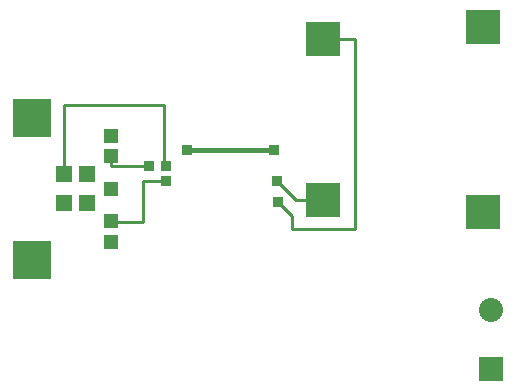
<source format=gbl>
G75*
G70*
%OFA0B0*%
%FSLAX24Y24*%
%IPPOS*%
%LPD*%
%AMOC8*
5,1,8,0,0,1.08239X$1,22.5*
%
%ADD10R,0.1181X0.1181*%
%ADD11R,0.1306X0.1306*%
%ADD12R,0.0562X0.0562*%
%ADD13R,0.0476X0.0476*%
%ADD14R,0.0800X0.0800*%
%ADD15C,0.0800*%
%ADD16R,0.0356X0.0356*%
%ADD17C,0.0100*%
%ADD18C,0.0160*%
D10*
X013801Y009788D03*
X019116Y009394D03*
X013801Y015181D03*
X019116Y015575D03*
D11*
X004081Y007811D03*
X004081Y012551D03*
D12*
X005148Y010674D03*
X005935Y010674D03*
X005935Y009689D03*
X005148Y009689D03*
D13*
X006723Y010181D03*
X006723Y011264D03*
X006723Y011953D03*
X006723Y009099D03*
X006723Y008410D03*
D14*
X019401Y004181D03*
D15*
X019401Y006150D03*
D16*
X012301Y009731D03*
X012251Y010431D03*
X012151Y011481D03*
X009251Y011481D03*
X008551Y010931D03*
X008551Y010431D03*
X008001Y010931D03*
D17*
X006723Y010931D01*
X006723Y011264D01*
X007801Y010431D02*
X007801Y009081D01*
X006723Y009081D01*
X006723Y009099D01*
X007801Y010431D02*
X008551Y010431D01*
X008551Y010931D02*
X008501Y010931D01*
X008501Y012981D01*
X005148Y012981D01*
X005148Y010674D01*
X012251Y010431D02*
X012895Y009788D01*
X013801Y009788D01*
X012751Y009281D02*
X012751Y008831D01*
X014851Y008831D01*
X014851Y015181D01*
X013801Y015181D01*
X012301Y009731D02*
X012751Y009281D01*
D18*
X012151Y011481D02*
X009251Y011481D01*
M02*

</source>
